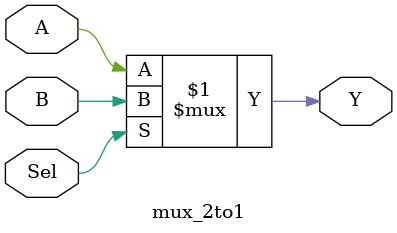
<source format=v>
module mux_2to1 (
    input A,
    input B,
    input Sel,
    output Y
);
    assign Y = Sel ? B : A;
endmodule

</source>
